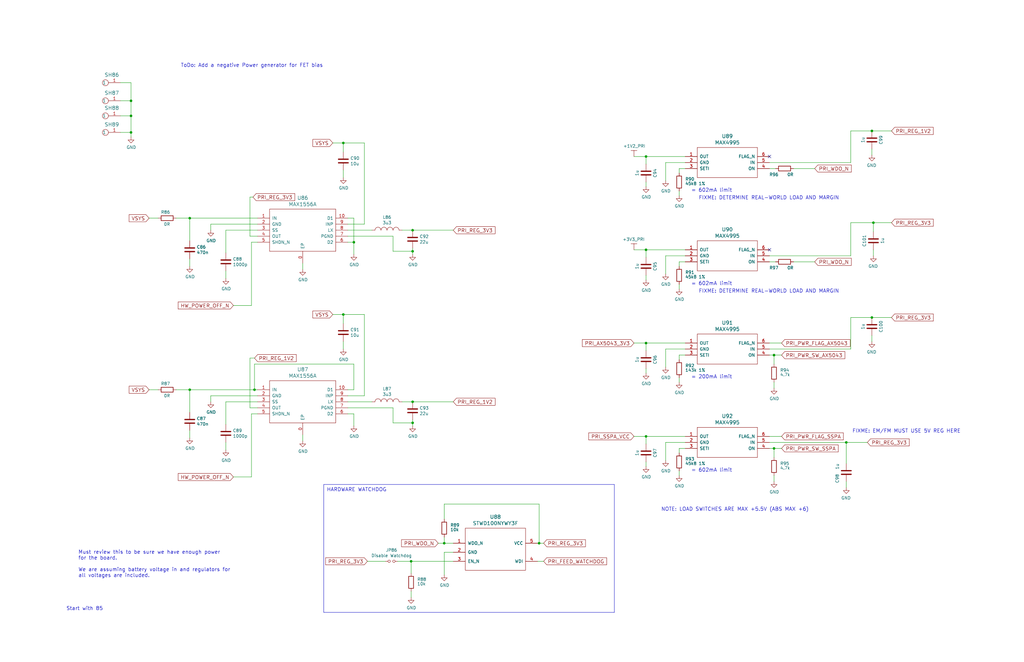
<source format=kicad_sch>
(kicad_sch (version 20230121) (generator eeschema)
  (paper "USLedger")
  (title_block (title "Radiation Tolerant Internal Housekeeping Unit (IHU)") (date "2023-02-16") (rev "A") (company "AMSAT-NA") (comment 1 "N5BRG"))
  (lib_symbols
    (symbol "power:GND" (power) (pin_names (offset 0))
      (property "Value" "GND" (at 0 -3.81 0))
      (symbol "GND_0_1"
        (polyline (pts (xy 0 0) (xy 0 -1.27) (xy 1.27 -1.27) (xy 0 -2.54) (xy -1.27 -1.27) (xy 0 -1.27)))
      )
      (symbol "GND_1_1"
        (pin power_in line (at 0 0 270) (length 0) hide (name "GND") (number "1"))
      )
    )
    (symbol "rtihu-rescue:+1V2_PRI" (power) (pin_names (offset 0))
      (property "Value" "+1V2_PRI" (at 0 3.556 0))
      (symbol "+1V2_PRI_0_1"
        (polyline (pts (xy -1.27 2.54) (xy 0 2.54)))
        (polyline (pts (xy 0 0) (xy 0 2.54)))
        (polyline (pts (xy 0 2.54) (xy 1.27 2.54)))
      )
      (symbol "+1V2_PRI_1_1"
        (pin power_in line (at 0 0 90) (length 0) hide (name "+1V2_PRI") (number "1"))
      )
    )
    (symbol "rtihu-rescue:+3V3_PRI" (power) (pin_names (offset 0))
      (property "Value" "+3V3_PRI" (at 0 3.556 0))
      (symbol "+3V3_PRI_0_1"
        (polyline (pts (xy -1.27 2.54) (xy 0 2.54)))
        (polyline (pts (xy 0 0) (xy 0 2.54)))
        (polyline (pts (xy 0 2.54) (xy 1.27 2.54)))
      )
      (symbol "+3V3_PRI_1_1"
        (pin power_in line (at 0 0 90) (length 0) hide (name "+3V3_PRI") (number "1"))
      )
    )
    (symbol "Device:C" (pin_numbers hide) (pin_names (offset 0.254))
      (property "Reference" "C" (at 0.635 2.54 0))
      (property "Value" "C" (at 0.635 -2.54 0))
      (symbol "C_0_1"
        (polyline (pts (xy -2.032 -0.762) (xy 2.032 -0.762)) (stroke (width 0.508)))
        (polyline (pts (xy -2.032 0.762) (xy 2.032 0.762)) (stroke (width 0.508)))
      )
      (symbol "C_1_1"
        (pin passive line (at 0 3.81 270) (length 2.794) (name "~") (number "1"))
        (pin passive line (at 0 -3.81 90) (length 2.794) (name "~") (number "2"))
      )
    )
    (symbol "rtihu-rescue:INDUCTOR_SMALL" (pin_numbers hide) (pin_names (offset 0) hide)
      (property "Reference" "L" (at 0 2.54 0))
      (property "Value" "INDUCTOR_SMALL" (at 0 -1.27 0))
      (symbol "INDUCTOR_SMALL_0_1"
        (arc (start -2.54 0) (mid -3.81 1.2645) (end -5.08 0))
        (arc (start 0 0) (mid -1.27 1.2645) (end -2.54 0))
        (arc (start 2.54 0) (mid 1.27 1.2645) (end 0 0))
        (arc (start 5.08 0) (mid 3.81 1.2645) (end 2.54 0))
      )
      (symbol "INDUCTOR_SMALL_1_1"
        (pin input line (at -6.35 0 0) (length 1.27) (name "1") (number "1"))
        (pin input line (at 6.35 0 180) (length 1.27) (name "2") (number "2"))
      )
    )
    (symbol "rtihu-rescue:Jumper_NO_Small" (pin_numbers hide) (pin_names (offset 0.762) hide)
      (property "Reference" "JP" (at 0 2.032 0))
      (symbol "Jumper_NO_Small_0_1"
        (circle (center -1.016 0) (radius 0.508))
        (circle (center 1.016 0) (radius 0.508))
        (pin passive line (at -2.54 0 0) (length 1.016) (name "1") (number "1"))
        (pin passive line (at 2.54 0 180) (length 1.016) (name "2") (number "2"))
      )
    )
    (symbol "rtihu-rescue:MAX1556A" (pin_names (offset 1.016))
      (property "Reference" "U" (at 19.05 -10.16 0))
      (property "Value" "MAX1556A" (at 0 6.35 0))
      (symbol "MAX1556A_0_1"
        (rectangle (start -13.97 8.89) (end 13.97 -8.89))
      )
      (symbol "MAX1556A_1_1"
        (pin power_in line (at 0 -13.97 90) (length 5.08) (name "EP") (number "0"))
        (pin power_in line (at -19.05 5.08 0) (length 5.08) (name "IN") (number "1"))
        (pin input line (at 19.05 5.08 180) (length 5.08) (name "D1") (number "10"))
        (pin power_in line (at -19.05 2.54 0) (length 5.08) (name "GND") (number "2"))
        (pin passive line (at -19.05 0 0) (length 5.08) (name "SS") (number "3"))
        (pin power_out line (at -19.05 -2.54 0) (length 5.08) (name "OUT") (number "4"))
        (pin input line (at -19.05 -5.08 0) (length 5.08) (name "SHDN_N") (number "5"))
        (pin input line (at 19.05 -5.08 180) (length 5.08) (name "D2") (number "6"))
        (pin power_in line (at 19.05 -2.54 180) (length 5.08) (name "PGND") (number "7"))
        (pin passive line (at 19.05 0 180) (length 5.08) (name "LX") (number "8"))
        (pin power_in line (at 19.05 2.54 180) (length 5.08) (name "INP") (number "9"))
      )
    )
    (symbol "rtihu-rescue:MAX4995" (pin_names (offset 1.016))
      (property "Reference" "U" (at 11.43 -10.16 0))
      (property "Value" "MAX4995" (at 0 0 0))
      (symbol "MAX4995_0_1"
        (rectangle (start -12.7 6.35) (end 12.7 -6.35))
      )
      (symbol "MAX4995_1_1"
        (pin power_out line (at -17.78 2.54 0) (length 5.08) (name "OUT") (number "1"))
        (pin power_in line (at -17.78 0 0) (length 5.08) (name "GND") (number "2"))
        (pin passive line (at -17.78 -2.54 0) (length 5.08) (name "SETI") (number "3"))
        (pin input line (at 17.78 -2.54 180) (length 5.08) (name "ON") (number "4"))
        (pin power_in line (at 17.78 0 180) (length 5.08) (name "IN") (number "5"))
        (pin open_collector line (at 17.78 2.54 180) (length 5.08) (name "FLAG_N") (number "6"))
      )
    )
    (symbol "Device:R" (pin_numbers hide) (pin_names (offset 0))
      (property "Reference" "R" (at 2.032 0 90))
      (property "Value" "R" (at 0 0 90))
      (symbol "R_0_1"
        (rectangle (start -1.016 -2.54) (end 1.016 2.54) (stroke (width 0.254)))
      )
      (symbol "R_1_1"
        (pin passive line (at 0 3.81 270) (length 1.27) (name "~") (number "1"))
        (pin passive line (at 0 -3.81 90) (length 1.27) (name "~") (number "2"))
      )
    )
    (symbol "Device:RF_SHIELD_PAD" (pin_names (offset 1.016))
      (property "Reference" "SH" (at 0 -2.54 0))
      (property "Value" "RF_SHIELD_PAD" (at 0 2.54 0))
      (symbol "RF_SHIELD_PAD_0_1"
        (circle (center 0 0) (radius 1.27))
      )
      (symbol "RF_SHIELD_PAD_1_1"
        (pin input line (at -6.35 0 0) (length 5.08) (name "1") (number "1"))
      )
    )
    (symbol "rtihu-rescue:STWD100NYWY3F" (pin_names (offset 1.016))
      (property "Reference" "U" (at 11.43 -10.16 0))
      (property "Value" "STWD100NYWY3F" (at 0 7.62 0))
      (symbol "STWD100NYWY3F_0_1"
        (rectangle (start -12.7 10.16) (end 12.7 -7.62))
      )
      (symbol "STWD100NYWY3F_1_1"
        (pin open_collector line (at -17.78 3.81 0) (length 5.08) (name "WDO_N") (number "1"))
        (pin power_in line (at -17.78 0 0) (length 5.08) (name "GND") (number "2"))
        (pin input line (at -17.78 -3.81 0) (length 5.08) (name "EN_N") (number "3"))
        (pin input line (at 17.78 -3.81 180) (length 5.08) (name "WDI") (number "4"))
        (pin power_in line (at 17.78 3.81 180) (length 5.08) (name "VCC") (number "5"))
      )
    )
  )
  (junction (at 187.325 229.235))
  (junction (at 227.33 229.235))
  (junction (at 144.78 60.325))
  (junction (at 173.99 106.045))
  (junction (at 80.01 164.465))
  (junction (at 272.415 184.15))
  (junction (at 367.665 133.985))
  (junction (at 55.245 48.895))
  (junction (at 144.78 132.715))
  (junction (at 149.225 102.235))
  (junction (at 173.99 169.545))
  (junction (at 173.99 178.435))
  (junction (at 356.87 186.69))
  (junction (at 173.355 236.855))
  (junction (at 80.01 92.075))
  (junction (at 367.665 55.245))
  (junction (at 55.245 55.88))
  (junction (at 107.315 164.465))
  (junction (at 272.415 105.41))
  (junction (at 326.39 149.86))
  (junction (at 272.415 66.04))
  (junction (at 173.99 97.155))
  (junction (at 368.3 93.98))
  (junction (at 272.415 144.78))
  (junction (at 326.39 189.23))
  (junction (at 55.245 42.545))
  (no_connect (at 324.485 66.04))
  (no_connect (at 324.485 105.41))
  (wire (pts (xy 286.385 80.645) (xy 286.385 82.55)))
  (wire (pts (xy 146.685 172.085) (xy 165.735 172.085)))
  (wire (pts (xy 272.415 155.575) (xy 272.415 157.48)))
  (wire (pts (xy 50.8 55.88) (xy 55.245 55.88)))
  (wire (pts (xy 356.87 186.69) (xy 365.76 186.69)))
  (polyline (pts (xy 136.525 204.47) (xy 259.08 204.47)))
  (wire (pts (xy 95.25 97.155) (xy 95.25 106.68)))
  (wire (pts (xy 358.775 107.95) (xy 358.775 93.98)))
  (wire (pts (xy 358.775 68.58) (xy 358.775 55.245)))
  (wire (pts (xy 165.735 172.085) (xy 165.735 178.435)))
  (polyline (pts (xy 259.08 258.445) (xy 136.525 258.445)))
  (wire (pts (xy 105.41 99.695) (xy 108.585 99.695)))
  (wire (pts (xy 358.775 133.985) (xy 358.775 147.32)))
  (wire (pts (xy 272.415 184.15) (xy 288.925 184.15)))
  (wire (pts (xy 368.3 93.98) (xy 375.92 93.98)))
  (wire (pts (xy 95.25 114.3) (xy 95.25 117.475)))
  (wire (pts (xy 146.685 169.545) (xy 156.845 169.545)))
  (wire (pts (xy 286.385 151.765) (xy 286.385 149.86)))
  (wire (pts (xy 167.64 236.855) (xy 173.355 236.855)))
  (wire (pts (xy 146.685 164.465) (xy 149.225 164.465)))
  (wire (pts (xy 184.785 229.235) (xy 187.325 229.235)))
  (wire (pts (xy 191.135 233.045) (xy 187.325 233.045)))
  (wire (pts (xy 334.645 71.12) (xy 343.535 71.12)))
  (wire (pts (xy 187.325 229.235) (xy 191.135 229.235)))
  (wire (pts (xy 108.585 97.155) (xy 95.25 97.155)))
  (wire (pts (xy 367.665 65.405) (xy 367.665 62.865)))
  (wire (pts (xy 227.33 229.235) (xy 229.235 229.235)))
  (wire (pts (xy 108.585 174.625) (xy 106.045 174.625)))
  (wire (pts (xy 368.3 105.41) (xy 368.3 107.95)))
  (wire (pts (xy 272.415 108.585) (xy 272.415 105.41)))
  (wire (pts (xy 286.385 191.135) (xy 286.385 189.23)))
  (wire (pts (xy 326.39 200.66) (xy 326.39 203.2)))
  (wire (pts (xy 106.045 201.295) (xy 106.045 174.625)))
  (wire (pts (xy 144.78 71.755) (xy 144.78 74.93)))
  (wire (pts (xy 173.99 104.775) (xy 173.99 106.045)))
  (wire (pts (xy 169.545 97.155) (xy 173.99 97.155)))
  (wire (pts (xy 62.865 92.075) (xy 66.675 92.075)))
  (wire (pts (xy 367.665 55.245) (xy 375.92 55.245)))
  (wire (pts (xy 272.415 147.955) (xy 272.415 144.78)))
  (wire (pts (xy 108.585 167.005) (xy 88.9 167.005)))
  (wire (pts (xy 149.225 102.235) (xy 149.225 107.315)))
  (wire (pts (xy 286.385 198.755) (xy 286.385 200.66)))
  (wire (pts (xy 272.415 69.215) (xy 272.415 66.04)))
  (wire (pts (xy 187.325 212.725) (xy 227.33 212.725)))
  (wire (pts (xy 367.665 133.985) (xy 375.92 133.985)))
  (wire (pts (xy 95.25 186.69) (xy 95.25 189.865)))
  (wire (pts (xy 324.485 184.15) (xy 329.565 184.15)))
  (wire (pts (xy 144.78 64.135) (xy 144.78 60.325)))
  (wire (pts (xy 272.415 194.945) (xy 272.415 196.85)))
  (wire (pts (xy 50.8 34.925) (xy 55.245 34.925)))
  (wire (pts (xy 149.225 92.075) (xy 149.225 102.235)))
  (wire (pts (xy 80.01 164.465) (xy 107.315 164.465)))
  (wire (pts (xy 326.39 149.86) (xy 326.39 153.67)))
  (wire (pts (xy 173.99 178.435) (xy 173.99 179.705)))
  (wire (pts (xy 106.045 102.235) (xy 108.585 102.235)))
  (wire (pts (xy 356.87 195.58) (xy 356.87 186.69)))
  (wire (pts (xy 272.415 144.78) (xy 288.925 144.78)))
  (wire (pts (xy 80.01 92.075) (xy 80.01 101.6)))
  (wire (pts (xy 286.385 159.385) (xy 286.385 161.29)))
  (wire (pts (xy 144.78 144.145) (xy 144.78 147.32)))
  (wire (pts (xy 286.385 73.025) (xy 286.385 71.12)))
  (wire (pts (xy 173.99 169.545) (xy 191.135 169.545)))
  (wire (pts (xy 153.67 94.615) (xy 153.67 60.325)))
  (wire (pts (xy 95.25 169.545) (xy 95.25 179.07)))
  (wire (pts (xy 162.56 236.855) (xy 154.94 236.855)))
  (wire (pts (xy 326.39 161.29) (xy 326.39 163.83)))
  (wire (pts (xy 169.545 169.545) (xy 173.99 169.545)))
  (wire (pts (xy 146.685 102.235) (xy 149.225 102.235)))
  (wire (pts (xy 173.355 249.555) (xy 173.355 252.095)))
  (wire (pts (xy 267.335 66.04) (xy 272.415 66.04)))
  (wire (pts (xy 105.41 151.13) (xy 107.315 151.13)))
  (wire (pts (xy 55.245 55.88) (xy 55.245 57.785)))
  (wire (pts (xy 286.385 110.49) (xy 288.925 110.49)))
  (wire (pts (xy 367.665 144.145) (xy 367.665 141.605)))
  (wire (pts (xy 107.315 153.67) (xy 107.315 164.465)))
  (wire (pts (xy 288.925 68.58) (xy 280.67 68.58)))
  (wire (pts (xy 50.8 42.545) (xy 55.245 42.545)))
  (wire (pts (xy 272.415 105.41) (xy 288.925 105.41)))
  (wire (pts (xy 127.635 183.515) (xy 127.635 186.055)))
  (wire (pts (xy 173.99 177.165) (xy 173.99 178.435)))
  (wire (pts (xy 106.045 128.905) (xy 106.045 102.235)))
  (wire (pts (xy 267.335 184.15) (xy 272.415 184.15)))
  (wire (pts (xy 149.225 174.625) (xy 149.225 179.705)))
  (wire (pts (xy 80.01 109.22) (xy 80.01 112.395)))
  (wire (pts (xy 74.295 164.465) (xy 80.01 164.465)))
  (wire (pts (xy 286.385 71.12) (xy 288.925 71.12)))
  (wire (pts (xy 358.775 93.98) (xy 368.3 93.98)))
  (wire (pts (xy 226.695 229.235) (xy 227.33 229.235)))
  (wire (pts (xy 88.9 94.615) (xy 88.9 97.155)))
  (wire (pts (xy 368.3 93.98) (xy 368.3 97.79)))
  (wire (pts (xy 173.99 106.045) (xy 173.99 107.315)))
  (wire (pts (xy 286.385 120.015) (xy 286.385 121.92)))
  (wire (pts (xy 272.415 66.04) (xy 288.925 66.04)))
  (wire (pts (xy 286.385 189.23) (xy 288.925 189.23)))
  (polyline (pts (xy 136.525 258.445) (xy 136.525 204.47)))
  (wire (pts (xy 358.775 147.32) (xy 324.485 147.32)))
  (wire (pts (xy 173.355 236.855) (xy 173.355 241.935)))
  (wire (pts (xy 105.41 83.185) (xy 106.68 83.185)))
  (wire (pts (xy 272.415 187.325) (xy 272.415 184.15)))
  (wire (pts (xy 108.585 169.545) (xy 95.25 169.545)))
  (wire (pts (xy 165.735 106.045) (xy 173.99 106.045)))
  (wire (pts (xy 80.01 92.075) (xy 108.585 92.075)))
  (wire (pts (xy 226.695 236.855) (xy 229.235 236.855)))
  (wire (pts (xy 326.39 149.86) (xy 329.565 149.86)))
  (wire (pts (xy 324.485 149.86) (xy 326.39 149.86)))
  (wire (pts (xy 324.485 71.12) (xy 327.025 71.12)))
  (wire (pts (xy 105.41 83.185) (xy 105.41 99.695)))
  (wire (pts (xy 146.685 94.615) (xy 153.67 94.615)))
  (wire (pts (xy 334.645 110.49) (xy 343.535 110.49)))
  (wire (pts (xy 267.335 144.78) (xy 272.415 144.78)))
  (wire (pts (xy 267.335 105.41) (xy 272.415 105.41)))
  (wire (pts (xy 165.735 99.695) (xy 165.735 106.045)))
  (wire (pts (xy 272.415 76.835) (xy 272.415 78.74)))
  (wire (pts (xy 88.9 167.005) (xy 88.9 169.545)))
  (wire (pts (xy 108.585 94.615) (xy 88.9 94.615)))
  (wire (pts (xy 280.67 147.32) (xy 280.67 154.94)))
  (wire (pts (xy 288.925 107.95) (xy 280.67 107.95)))
  (wire (pts (xy 55.245 34.925) (xy 55.245 42.545)))
  (wire (pts (xy 144.78 60.325) (xy 140.335 60.325)))
  (wire (pts (xy 358.775 133.985) (xy 367.665 133.985)))
  (wire (pts (xy 146.685 97.155) (xy 156.845 97.155)))
  (wire (pts (xy 105.41 172.085) (xy 105.41 151.13)))
  (wire (pts (xy 324.485 189.23) (xy 326.39 189.23)))
  (wire (pts (xy 324.485 110.49) (xy 327.025 110.49)))
  (wire (pts (xy 173.99 97.155) (xy 191.135 97.155)))
  (polyline (pts (xy 259.08 204.47) (xy 259.08 258.445)))
  (wire (pts (xy 326.39 193.04) (xy 326.39 189.23)))
  (wire (pts (xy 288.925 186.69) (xy 280.67 186.69)))
  (wire (pts (xy 272.415 116.205) (xy 272.415 118.11)))
  (wire (pts (xy 286.385 149.86) (xy 288.925 149.86)))
  (wire (pts (xy 98.425 128.905) (xy 106.045 128.905)))
  (wire (pts (xy 187.325 226.695) (xy 187.325 229.235)))
  (wire (pts (xy 173.355 236.855) (xy 191.135 236.855)))
  (wire (pts (xy 146.685 92.075) (xy 149.225 92.075)))
  (wire (pts (xy 153.67 60.325) (xy 144.78 60.325)))
  (wire (pts (xy 108.585 172.085) (xy 105.41 172.085)))
  (wire (pts (xy 324.485 186.69) (xy 356.87 186.69)))
  (wire (pts (xy 358.775 55.245) (xy 367.665 55.245)))
  (wire (pts (xy 165.735 178.435) (xy 173.99 178.435)))
  (wire (pts (xy 288.925 147.32) (xy 280.67 147.32)))
  (wire (pts (xy 187.325 219.075) (xy 187.325 212.725)))
  (wire (pts (xy 356.87 205.74) (xy 356.87 203.2)))
  (wire (pts (xy 324.485 107.95) (xy 358.775 107.95)))
  (wire (pts (xy 144.78 132.715) (xy 140.335 132.715)))
  (wire (pts (xy 55.245 48.895) (xy 55.245 55.88)))
  (wire (pts (xy 55.245 42.545) (xy 55.245 48.895)))
  (wire (pts (xy 153.67 132.715) (xy 144.78 132.715)))
  (wire (pts (xy 146.685 167.005) (xy 153.67 167.005)))
  (wire (pts (xy 153.67 167.005) (xy 153.67 132.715)))
  (wire (pts (xy 329.565 144.78) (xy 324.485 144.78)))
  (wire (pts (xy 286.385 112.395) (xy 286.385 110.49)))
  (wire (pts (xy 326.39 189.23) (xy 329.565 189.23)))
  (wire (pts (xy 80.01 164.465) (xy 80.01 173.99)))
  (wire (pts (xy 50.8 48.895) (xy 55.245 48.895)))
  (wire (pts (xy 146.685 174.625) (xy 149.225 174.625)))
  (wire (pts (xy 149.225 153.67) (xy 107.315 153.67)))
  (wire (pts (xy 127.635 111.125) (xy 127.635 113.665)))
  (wire (pts (xy 144.78 136.525) (xy 144.78 132.715)))
  (wire (pts (xy 280.67 186.69) (xy 280.67 194.31)))
  (wire (pts (xy 280.67 68.58) (xy 280.67 76.2)))
  (wire (pts (xy 74.295 92.075) (xy 80.01 92.075)))
  (wire (pts (xy 149.225 164.465) (xy 149.225 153.67)))
  (wire (pts (xy 187.325 233.045) (xy 187.325 242.57)))
  (wire (pts (xy 324.485 68.58) (xy 358.775 68.58)))
  (wire (pts (xy 146.685 99.695) (xy 165.735 99.695)))
  (wire (pts (xy 62.865 164.465) (xy 66.675 164.465)))
  (wire (pts (xy 107.315 164.465) (xy 108.585 164.465)))
  (wire (pts (xy 227.33 212.725) (xy 227.33 229.235)))
  (wire (pts (xy 80.01 181.61) (xy 80.01 184.785)))
  (wire (pts (xy 98.425 201.295) (xy 106.045 201.295)))
  (wire (pts (xy 280.67 107.95) (xy 280.67 115.57)))
  (text "= 200mA limit" (at 291.465 160.02 0) (effects (font (size 1.524 1.524)) (justify left bottom)))
  (text "Must review this to be sure we have enough power\nfor the board.\n\nWe are assuming battery voltage in and regulators for\nall voltages are included." (at 33.02 243.84 0) (effects (font (size 1.524 1.524)) (justify left bottom)))
  (text "FIXME: DETERMINE REAL-WORLD LOAD AND MARGIN" (at 294.64 84.455 0) (effects (font (size 1.524 1.524)) (justify left bottom)))
  (text "Start with 85" (at 27.94 257.81 0) (effects (font (size 1.524 1.524)) (justify left bottom)))
  (text "NOTE: LOAD SWITCHES ARE MAX +5.5V (ABS MAX +6)\n" (at 278.765 215.9 0) (effects (font (size 1.524 1.524)) (justify left bottom)))
  (text "HARDWARE WATCHDOG" (at 137.795 207.645 0) (effects (font (size 1.524 1.524)) (justify left bottom)))
  (text "ToDo: Add a negative Power generator for FET bias\n" (at 76.2 28.575 0) (effects (font (size 1.524 1.524)) (justify left bottom)))
  (text "FIXME: DETERMINE REAL-WORLD LOAD AND MARGIN" (at 294.64 123.825 0) (effects (font (size 1.524 1.524)) (justify left bottom)))
  (text "= 602mA limit" (at 291.465 120.65 0) (effects (font (size 1.524 1.524)) (justify left bottom)))
  (text "= 602mA limit" (at 291.465 81.28 0) (effects (font (size 1.524 1.524)) (justify left bottom)))
  (text "= 602mA limit" (at 291.465 199.39 0) (effects (font (size 1.524 1.524)) (justify left bottom)))
  (text "FIXME: EM/FM MUST USE 5V REG HERE" (at 359.41 182.88 0) (effects (font (size 1.524 1.524)) (justify left bottom)))
  (global_label "HW_POWER_OFF_N" (shape input) (at 98.425 201.295 180) (effects (font (size 1.524 1.524))) (property "Intersheetrefs" "${INTERSHEET_REFS}" (effects hide)))
  (global_label "HW_POWER_OFF_N" (shape input) (at 98.425 128.905 180) (effects (font (size 1.524 1.524))) (property "Intersheetrefs" "${INTERSHEET_REFS}" (effects hide)))
  (global_label "PRI_PWR_FLAG_AX5043" (shape input) (at 329.565 144.78 0) (effects (font (size 1.524 1.524))) (property "Intersheetrefs" "${INTERSHEET_REFS}" (effects hide)))
  (global_label "VSYS" (shape input) (at 140.335 60.325 180) (effects (font (size 1.524 1.524))) (property "Intersheetrefs" "${INTERSHEET_REFS}" (effects hide)))
  (global_label "PRI_WDO_N" (shape input) (at 343.535 110.49 0) (effects (font (size 1.524 1.524))) (property "Intersheetrefs" "${INTERSHEET_REFS}" (effects hide)))
  (global_label "PRI_WDO_N" (shape input) (at 184.785 229.235 180) (effects (font (size 1.524 1.524))) (property "Intersheetrefs" "${INTERSHEET_REFS}" (effects hide)))
  (global_label "VSYS" (shape input) (at 62.865 164.465 180) (effects (font (size 1.524 1.524))) (property "Intersheetrefs" "${INTERSHEET_REFS}" (effects hide)))
  (global_label "PRI_REG_3V3" (shape input) (at 154.94 236.855 180) (effects (font (size 1.524 1.524))) (property "Intersheetrefs" "${INTERSHEET_REFS}" (effects hide)))
  (global_label "PRI_PWR_SW_SSPA" (shape input) (at 329.565 189.23 0) (effects (font (size 1.524 1.524))) (property "Intersheetrefs" "${INTERSHEET_REFS}" (effects hide)))
  (global_label "PRI_REG_1V2" (shape input) (at 107.315 151.13 0) (effects (font (size 1.524 1.524))) (property "Intersheetrefs" "${INTERSHEET_REFS}" (effects hide)))
  (global_label "PRI_REG_3V3" (shape input) (at 191.135 97.155 0) (effects (font (size 1.524 1.524))) (property "Intersheetrefs" "${INTERSHEET_REFS}" (effects hide)))
  (global_label "PRI_WDO_N" (shape input) (at 343.535 71.12 0) (effects (font (size 1.524 1.524))) (property "Intersheetrefs" "${INTERSHEET_REFS}" (effects hide)))
  (global_label "PRI_REG_1V2" (shape input) (at 191.135 169.545 0) (effects (font (size 1.524 1.524))) (property "Intersheetrefs" "${INTERSHEET_REFS}" (effects hide)))
  (global_label "VSYS" (shape input) (at 62.865 92.075 180) (effects (font (size 1.524 1.524))) (property "Intersheetrefs" "${INTERSHEET_REFS}" (effects hide)))
  (global_label "PRI_SSPA_VCC" (shape input) (at 267.335 184.15 180) (effects (font (size 1.524 1.524))) (property "Intersheetrefs" "${INTERSHEET_REFS}" (effects hide)))
  (global_label "PRI_REG_3V3" (shape input) (at 229.235 229.235 0) (effects (font (size 1.524 1.524))) (property "Intersheetrefs" "${INTERSHEET_REFS}" (effects hide)))
  (global_label "PRI_PWR_FLAG_SSPA" (shape input) (at 329.565 184.15 0) (effects (font (size 1.524 1.524))) (property "Intersheetrefs" "${INTERSHEET_REFS}" (effects hide)))
  (global_label "PRI_AX5043_3V3" (shape input) (at 267.335 144.78 180) (effects (font (size 1.524 1.524))) (property "Intersheetrefs" "${INTERSHEET_REFS}" (effects hide)))
  (global_label "PRI_REG_3V3" (shape input) (at 106.68 83.185 0) (effects (font (size 1.524 1.524))) (property "Intersheetrefs" "${INTERSHEET_REFS}" (effects hide)))
  (global_label "PRI_REG_1V2" (shape input) (at 375.92 55.245 0) (effects (font (size 1.524 1.524))) (property "Intersheetrefs" "${INTERSHEET_REFS}" (effects hide)))
  (global_label "PRI_PWR_SW_AX5043" (shape input) (at 329.565 149.86 0) (effects (font (size 1.524 1.524))) (property "Intersheetrefs" "${INTERSHEET_REFS}" (effects hide)))
  (global_label "PRI_REG_3V3" (shape input) (at 375.92 133.985 0) (effects (font (size 1.524 1.524))) (property "Intersheetrefs" "${INTERSHEET_REFS}" (effects hide)))
  (global_label "PRI_FEED_WATCHDOG" (shape input) (at 229.235 236.855 0) (effects (font (size 1.524 1.524))) (property "Intersheetrefs" "${INTERSHEET_REFS}" (effects hide)))
  (global_label "VSYS" (shape input) (at 140.335 132.715 180) (effects (font (size 1.524 1.524))) (property "Intersheetrefs" "${INTERSHEET_REFS}" (effects hide)))
  (global_label "PRI_REG_3V3" (shape input) (at 375.92 93.98 0) (effects (font (size 1.524 1.524))) (property "Intersheetrefs" "${INTERSHEET_REFS}" (effects hide)))
  (global_label "PRI_REG_3V3" (shape input) (at 365.76 186.69 0) (effects (font (size 1.524 1.524))) (property "Intersheetrefs" "${INTERSHEET_REFS}" (effects hide)))
  (symbol (lib_id "rtihu-rescue:INDUCTOR_SMALL") (at 163.195 97.155 0) (unit 1)
    (property "Reference" "L86" (at 163.195 91.694 0))
    (property "Value" "3u3" (at 163.195 94.0054 0))
    (property "Footprint" "Inductors_SMD:L_1210" (effects hide))
  )
  (symbol (lib_id "Device:C") (at 173.99 100.965 0) (unit 1)
    (property "Reference" "C92" (at 176.911 99.7966 0) (effects (justify left)))
    (property "Value" "22u" (at 176.911 102.108 0) (effects (justify left)))
    (property "Footprint" "Capacitor_SMD:C_0603_1608Metric_Pad1.08x0.95mm_HandSolder" (effects hide))
  )
  (symbol (lib_id "Device:C") (at 80.01 105.41 0) (unit 1)
    (property "Reference" "C86" (at 82.931 104.2416 0) (effects (justify left)))
    (property "Value" "470n" (at 82.931 106.553 0) (effects (justify left)))
    (property "Footprint" "Capacitor_SMD:C_0603_1608Metric_Pad1.08x0.95mm_HandSolder" (effects hide))
  )
  (symbol (lib_id "power:GND") (at 80.01 112.395 0) (unit 1)
    (property "Reference" "#PWR097" (effects hide))
    (property "Value" "GND" (at 80.137 116.7892 0))
  )
  (symbol (lib_id "Device:C") (at 144.78 67.945 0) (unit 1)
    (property "Reference" "C90" (at 147.701 66.7766 0) (effects (justify left)))
    (property "Value" "10u" (at 147.701 69.088 0) (effects (justify left)))
    (property "Footprint" "Capacitor_SMD:C_0603_1608Metric_Pad1.08x0.95mm_HandSolder" (effects hide))
  )
  (symbol (lib_id "power:GND") (at 144.78 74.93 0) (unit 1)
    (property "Reference" "#PWR0112" (effects hide))
    (property "Value" "GND" (at 144.907 79.3242 0))
  )
  (symbol (lib_id "power:GND") (at 173.99 107.315 0) (unit 1)
    (property "Reference" "#PWR0117" (effects hide))
    (property "Value" "GND" (at 174.117 111.7092 0))
  )
  (symbol (lib_id "power:GND") (at 280.67 154.94 0) (unit 1)
    (property "Reference" "#PWR0128" (effects hide))
    (property "Value" "GND" (at 280.797 159.3342 0))
  )
  (symbol (lib_id "Device:C") (at 367.665 137.795 0) (mirror y) (unit 1)
    (property "Reference" "C100" (at 371.475 137.795 90))
    (property "Value" "1u" (at 363.855 137.795 90))
    (property "Footprint" "Capacitor_SMD:C_0603_1608Metric_Pad1.08x0.95mm_HandSolder" (effects hide))
  )
  (symbol (lib_id "power:GND") (at 367.665 144.145 0) (mirror y) (unit 1)
    (property "Reference" "#PWR0138" (effects hide))
    (property "Value" "GND" (at 367.538 148.5392 0))
  )
  (symbol (lib_id "power:GND") (at 356.87 205.74 0) (mirror y) (unit 1)
    (property "Reference" "#PWR0136" (effects hide))
    (property "Value" "GND" (at 356.743 210.1342 0))
  )
  (symbol (lib_id "Device:C") (at 356.87 199.39 0) (mirror y) (unit 1)
    (property "Reference" "C98" (at 353.06 201.93 90))
    (property "Value" "1u" (at 353.06 196.85 90))
    (property "Footprint" "Capacitor_SMD:C_0603_1608Metric_Pad1.08x0.95mm_HandSolder" (effects hide))
  )
  (symbol (lib_id "rtihu-rescue:MAX1556A") (at 127.635 97.155 0) (unit 1)
    (property "Reference" "U86" (at 127.635 83.5152 0) (effects (font (size 1.524 1.524))))
    (property "Value" "MAX1556A" (at 127.635 86.2076 0) (effects (font (size 1.524 1.524))))
    (property "Footprint" "amsat_maxim:TDFN_T1033_1" (effects hide))
  )
  (symbol (lib_id "Device:R") (at 70.485 92.075 90) (unit 1)
    (property "Reference" "R86" (at 71.755 89.535 90) (effects (justify left)))
    (property "Value" "0R" (at 71.755 94.615 90) (effects (justify left)))
    (property "Footprint" "Resistors_SMD:R_0603" (effects hide))
  )
  (symbol (lib_id "Device:C") (at 95.25 110.49 0) (unit 1)
    (property "Reference" "C88" (at 98.171 109.3216 0) (effects (justify left)))
    (property "Value" "1000p" (at 98.171 111.633 0) (effects (justify left)))
    (property "Footprint" "Capacitor_SMD:C_0603_1608Metric_Pad1.08x0.95mm_HandSolder" (effects hide))
  )
  (symbol (lib_id "power:GND") (at 95.25 117.475 0) (unit 1)
    (property "Reference" "#PWR0108" (effects hide))
    (property "Value" "GND" (at 95.377 121.8692 0))
  )
  (symbol (lib_id "power:GND") (at 88.9 97.155 0) (unit 1)
    (property "Reference" "#PWR099" (effects hide))
    (property "Value" "GND" (at 89.027 101.5492 0))
  )
  (symbol (lib_id "power:GND") (at 127.635 113.665 0) (unit 1)
    (property "Reference" "#PWR0110" (effects hide))
    (property "Value" "GND" (at 127.762 118.0592 0))
  )
  (symbol (lib_id "power:GND") (at 149.225 107.315 0) (unit 1)
    (property "Reference" "#PWR0114" (effects hide))
    (property "Value" "GND" (at 149.352 111.7092 0))
  )
  (symbol (lib_id "rtihu-rescue:INDUCTOR_SMALL") (at 163.195 169.545 0) (unit 1)
    (property "Reference" "L87" (at 163.195 164.084 0))
    (property "Value" "3u3" (at 163.195 166.3954 0))
    (property "Footprint" "Inductors_SMD:L_1210" (effects hide))
  )
  (symbol (lib_id "Device:C") (at 173.99 173.355 0) (unit 1)
    (property "Reference" "C93" (at 176.911 172.1866 0) (effects (justify left)))
    (property "Value" "22u" (at 176.911 174.498 0) (effects (justify left)))
    (property "Footprint" "Capacitor_SMD:C_0603_1608Metric_Pad1.08x0.95mm_HandSolder" (effects hide))
  )
  (symbol (lib_id "Device:C") (at 80.01 177.8 0) (unit 1)
    (property "Reference" "C87" (at 82.931 176.6316 0) (effects (justify left)))
    (property "Value" "470n" (at 82.931 178.943 0) (effects (justify left)))
    (property "Footprint" "Capacitor_SMD:C_0603_1608Metric_Pad1.08x0.95mm_HandSolder" (effects hide))
  )
  (symbol (lib_id "power:GND") (at 80.01 184.785 0) (unit 1)
    (property "Reference" "#PWR098" (effects hide))
    (property "Value" "GND" (at 80.137 189.1792 0))
  )
  (symbol (lib_id "Device:C") (at 144.78 140.335 0) (unit 1)
    (property "Reference" "C91" (at 147.701 139.1666 0) (effects (justify left)))
    (property "Value" "10u" (at 147.701 141.478 0) (effects (justify left)))
    (property "Footprint" "Capacitor_SMD:C_0603_1608Metric_Pad1.08x0.95mm_HandSolder" (effects hide))
  )
  (symbol (lib_id "power:GND") (at 144.78 147.32 0) (unit 1)
    (property "Reference" "#PWR0113" (effects hide))
    (property "Value" "GND" (at 144.907 151.7142 0))
  )
  (symbol (lib_id "power:GND") (at 173.99 179.705 0) (unit 1)
    (property "Reference" "#PWR0118" (effects hide))
    (property "Value" "GND" (at 174.117 184.0992 0))
  )
  (symbol (lib_id "rtihu-rescue:MAX1556A") (at 127.635 169.545 0) (unit 1)
    (property "Reference" "U87" (at 127.635 155.9052 0) (effects (font (size 1.524 1.524))))
    (property "Value" "MAX1556A" (at 127.635 158.5976 0) (effects (font (size 1.524 1.524))))
    (property "Footprint" "amsat_maxim:TDFN_T1033_1" (effects hide))
  )
  (symbol (lib_id "Device:R") (at 70.485 164.465 90) (unit 1)
    (property "Reference" "R87" (at 71.755 161.925 90) (effects (justify left)))
    (property "Value" "0R" (at 71.755 167.005 90) (effects (justify left)))
    (property "Footprint" "Resistors_SMD:R_0603" (effects hide))
  )
  (symbol (lib_id "Device:C") (at 95.25 182.88 0) (unit 1)
    (property "Reference" "C89" (at 98.171 181.7116 0) (effects (justify left)))
    (property "Value" "1000p" (at 98.171 184.023 0) (effects (justify left)))
    (property "Footprint" "Capacitor_SMD:C_0603_1608Metric_Pad1.08x0.95mm_HandSolder" (effects hide))
  )
  (symbol (lib_id "power:GND") (at 95.25 189.865 0) (unit 1)
    (property "Reference" "#PWR0109" (effects hide))
    (property "Value" "GND" (at 95.377 194.2592 0))
  )
  (symbol (lib_id "power:GND") (at 88.9 169.545 0) (unit 1)
    (property "Reference" "#PWR0100" (effects hide))
    (property "Value" "GND" (at 89.027 173.9392 0))
  )
  (symbol (lib_id "power:GND") (at 127.635 186.055 0) (unit 1)
    (property "Reference" "#PWR0111" (effects hide))
    (property "Value" "GND" (at 127.762 190.4492 0))
  )
  (symbol (lib_id "power:GND") (at 149.225 179.705 0) (unit 1)
    (property "Reference" "#PWR0115" (effects hide))
    (property "Value" "GND" (at 149.352 184.0992 0))
  )
  (symbol (lib_id "rtihu-rescue:+1V2_PRI") (at 267.335 66.04 0) (unit 1)
    (property "Reference" "#PWR0120" (effects hide))
    (property "Value" "+1V2_PRI" (at 267.462 61.6458 0))
  )
  (symbol (lib_id "Device:RF_SHIELD_PAD") (at 44.45 34.925 180) (unit 1)
    (property "Reference" "SH86" (at 47.1424 31.5976 0) (effects (font (size 1.524 1.524))))
    (property "Value" "RF_SHIELD_PAD" (effects hide))
    (property "Footprint" "amsat_misc:RF_SHIELD_PAD" (effects hide))
  )
  (symbol (lib_id "Device:RF_SHIELD_PAD") (at 44.45 42.545 180) (unit 1)
    (property "Reference" "SH87" (at 47.1424 39.2176 0) (effects (font (size 1.524 1.524))))
    (property "Value" "RF_SHIELD_PAD" (effects hide))
    (property "Footprint" "amsat_misc:RF_SHIELD_PAD" (effects hide))
  )
  (symbol (lib_id "Device:RF_SHIELD_PAD") (at 44.45 48.895 180) (unit 1)
    (property "Reference" "SH88" (at 47.1424 45.5676 0) (effects (font (size 1.524 1.524))))
    (property "Value" "RF_SHIELD_PAD" (effects hide))
    (property "Footprint" "amsat_misc:RF_SHIELD_PAD" (effects hide))
  )
  (symbol (lib_id "Device:RF_SHIELD_PAD") (at 44.45 55.88 180) (unit 1)
    (property "Reference" "SH89" (at 47.1424 52.5526 0) (effects (font (size 1.524 1.524))))
    (property "Value" "RF_SHIELD_PAD" (effects hide))
    (property "Footprint" "amsat_misc:RF_SHIELD_PAD" (effects hide))
  )
  (symbol (lib_id "power:GND") (at 55.245 57.785 0) (unit 1)
    (property "Reference" "#PWR096" (effects hide))
    (property "Value" "GND" (at 55.372 62.1792 0))
  )
  (symbol (lib_id "rtihu-rescue:MAX4995") (at 306.705 147.32 0) (unit 1)
    (property "Reference" "U91" (at 306.705 136.2202 0) (effects (font (size 1.524 1.524))))
    (property "Value" "MAX4995" (at 306.705 138.9126 0) (effects (font (size 1.524 1.524))))
    (property "Footprint" "Package_TO_SOT_SMD:SOT-23-6_Handsoldering" (effects hide))
  )
  (symbol (lib_id "Device:R") (at 286.385 155.575 0) (unit 1)
    (property "Reference" "R92" (at 288.925 154.305 0) (effects (justify left)))
    (property "Value" "143k 1%" (at 288.925 156.21 0) (effects (justify left)))
    (property "Footprint" "Resistors_SMD:R_0603" (effects hide))
  )
  (symbol (lib_id "power:GND") (at 286.385 161.29 0) (unit 1)
    (property "Reference" "#PWR0132" (effects hide))
    (property "Value" "GND" (at 286.512 165.6842 0))
  )
  (symbol (lib_id "rtihu-rescue:MAX4995") (at 306.705 186.69 0) (unit 1)
    (property "Reference" "U92" (at 306.705 175.5902 0) (effects (font (size 1.524 1.524))))
    (property "Value" "MAX4995" (at 306.705 178.2826 0) (effects (font (size 1.524 1.524))))
    (property "Footprint" "Package_TO_SOT_SMD:SOT-23-6_Handsoldering" (effects hide))
  )
  (symbol (lib_id "power:GND") (at 280.67 194.31 0) (unit 1)
    (property "Reference" "#PWR0129" (effects hide))
    (property "Value" "GND" (at 280.797 198.7042 0))
  )
  (symbol (lib_id "Device:R") (at 286.385 194.945 0) (unit 1)
    (property "Reference" "R93" (at 288.925 193.675 0) (effects (justify left)))
    (property "Value" "45k8 1%" (at 288.925 195.58 0) (effects (justify left)))
    (property "Footprint" "Resistor_SMD:R_0603_1608Metric_Pad0.98x0.95mm_HandSolder" (effects hide))
  )
  (symbol (lib_id "power:GND") (at 286.385 200.66 0) (unit 1)
    (property "Reference" "#PWR0133" (effects hide))
    (property "Value" "GND" (at 286.512 205.0542 0))
  )
  (symbol (lib_id "Device:C") (at 272.415 151.765 0) (mirror y) (unit 1)
    (property "Reference" "C96" (at 276.225 151.765 90))
    (property "Value" "1u" (at 268.605 151.765 90))
    (property "Footprint" "Capacitor_SMD:C_0603_1608Metric_Pad1.08x0.95mm_HandSolder" (effects hide))
  )
  (symbol (lib_id "power:GND") (at 272.415 157.48 0) (unit 1)
    (property "Reference" "#PWR0124" (effects hide))
    (property "Value" "GND" (at 272.542 161.8742 0))
  )
  (symbol (lib_id "Device:C") (at 272.415 191.135 0) (mirror y) (unit 1)
    (property "Reference" "C97" (at 276.225 191.135 90))
    (property "Value" "1u" (at 268.605 191.135 90))
    (property "Footprint" "Capacitor_SMD:C_0603_1608Metric_Pad1.08x0.95mm_HandSolder" (effects hide))
  )
  (symbol (lib_id "power:GND") (at 272.415 196.85 0) (unit 1)
    (property "Reference" "#PWR0125" (effects hide))
    (property "Value" "GND" (at 272.542 201.2442 0))
  )
  (symbol (lib_id "power:GND") (at 280.67 115.57 0) (unit 1)
    (property "Reference" "#PWR0127" (effects hide))
    (property "Value" "GND" (at 280.797 119.9642 0))
  )
  (symbol (lib_id "Device:C") (at 368.3 101.6 0) (mirror x) (unit 1)
    (property "Reference" "C101" (at 364.49 101.6 90))
    (property "Value" "1u" (at 372.11 101.6 90))
    (property "Footprint" "Capacitor_SMD:C_0603_1608Metric_Pad1.08x0.95mm_HandSolder" (effects hide))
  )
  (symbol (lib_id "power:GND") (at 368.3 107.95 0) (mirror y) (unit 1)
    (property "Reference" "#PWR0139" (effects hide))
    (property "Value" "GND" (at 368.173 112.3442 0))
  )
  (symbol (lib_id "rtihu-rescue:+3V3_PRI") (at 267.335 105.41 0) (mirror y) (unit 1)
    (property "Reference" "#PWR0121" (effects hide))
    (property "Value" "+3V3_PRI" (at 267.208 101.0158 0))
  )
  (symbol (lib_id "rtihu-rescue:MAX4995") (at 306.705 107.95 0) (unit 1)
    (property "Reference" "U90" (at 306.705 96.8502 0) (effects (font (size 1.524 1.524))))
    (property "Value" "MAX4995" (at 306.705 99.5426 0) (effects (font (size 1.524 1.524))))
    (property "Footprint" "TO_SOT_Packages_SMD:SOT-23-6" (effects hide))
  )
  (symbol (lib_id "Device:C") (at 272.415 112.395 0) (mirror y) (unit 1)
    (property "Reference" "C95" (at 276.225 112.395 90))
    (property "Value" "1u" (at 268.605 112.395 90))
    (property "Footprint" "Capacitor_SMD:C_0603_1608Metric_Pad1.08x0.95mm_HandSolder" (effects hide))
  )
  (symbol (lib_id "power:GND") (at 272.415 118.11 0) (unit 1)
    (property "Reference" "#PWR0123" (effects hide))
    (property "Value" "GND" (at 272.542 122.5042 0))
  )
  (symbol (lib_id "Device:R") (at 286.385 116.205 0) (unit 1)
    (property "Reference" "R91" (at 288.925 114.935 0) (effects (justify left)))
    (property "Value" "45k8 1%" (at 288.925 116.84 0) (effects (justify left)))
    (property "Footprint" "Resistors_SMD:R_0603" (effects hide))
  )
  (symbol (lib_id "power:GND") (at 286.385 121.92 0) (unit 1)
    (property "Reference" "#PWR0131" (effects hide))
    (property "Value" "GND" (at 286.512 126.3142 0))
  )
  (symbol (lib_id "power:GND") (at 280.67 76.2 0) (unit 1)
    (property "Reference" "#PWR0126" (effects hide))
    (property "Value" "GND" (at 280.797 80.5942 0))
  )
  (symbol (lib_id "Device:C") (at 367.665 59.055 0) (mirror y) (unit 1)
    (property "Reference" "C99" (at 371.475 59.055 90))
    (property "Value" "1u" (at 363.855 59.055 90))
    (property "Footprint" "Capacitor_SMD:C_0603_1608Metric_Pad1.08x0.95mm_HandSolder" (effects hide))
  )
  (symbol (lib_id "power:GND") (at 367.665 65.405 0) (mirror y) (unit 1)
    (property "Reference" "#PWR0137" (effects hide))
    (property "Value" "GND" (at 367.538 69.7992 0))
  )
  (symbol (lib_id "rtihu-rescue:MAX4995") (at 306.705 68.58 0) (unit 1)
    (property "Reference" "U89" (at 306.705 57.4802 0) (effects (font (size 1.524 1.524))))
    (property "Value" "MAX4995" (at 306.705 60.1726 0) (effects (font (size 1.524 1.524))))
    (property "Footprint" "TO_SOT_Packages_SMD:SOT-23-6" (effects hide))
  )
  (symbol (lib_id "Device:C") (at 272.415 73.025 0) (mirror y) (unit 1)
    (property "Reference" "C94" (at 276.225 73.025 90))
    (property "Value" "1u" (at 268.605 73.025 90))
    (property "Footprint" "Capacitor_SMD:C_0603_1608Metric_Pad1.08x0.95mm_HandSolder" (effects hide))
  )
  (symbol (lib_id "power:GND") (at 272.415 78.74 0) (unit 1)
    (property "Reference" "#PWR0122" (effects hide))
    (property "Value" "GND" (at 272.542 83.1342 0))
  )
  (symbol (lib_id "Device:R") (at 286.385 76.835 0) (unit 1)
    (property "Reference" "R90" (at 288.925 75.565 0) (effects (justify left)))
    (property "Value" "45k8 1%" (at 288.925 77.47 0) (effects (justify left)))
    (property "Footprint" "Resistors_SMD:R_0603" (effects hide))
  )
  (symbol (lib_id "power:GND") (at 286.385 82.55 0) (unit 1)
    (property "Reference" "#PWR0130" (effects hide))
    (property "Value" "GND" (at 286.512 86.9442 0))
  )
  (symbol (lib_id "rtihu-rescue:STWD100NYWY3F") (at 208.915 233.045 0) (unit 1)
    (property "Reference" "U88" (at 208.915 218.1352 0) (effects (font (size 1.524 1.524))))
    (property "Value" "STWD100NYWY3F" (at 208.915 220.8276 0) (effects (font (size 1.524 1.524))))
    (property "Footprint" "TO_SOT_Packages_SMD:SOT-23-5" (effects hide))
  )
  (symbol (lib_id "power:GND") (at 187.325 242.57 0) (unit 1)
    (property "Reference" "#PWR0119" (effects hide))
    (property "Value" "GND" (at 187.452 246.9642 0))
  )
  (symbol (lib_id "Device:R") (at 187.325 222.885 0) (unit 1)
    (property "Reference" "R89" (at 189.865 221.615 0) (effects (justify left)))
    (property "Value" "10k" (at 189.865 223.52 0) (effects (justify left)))
    (property "Footprint" "Resistors_SMD:R_0603" (effects hide))
  )
  (symbol (lib_id "Device:R") (at 173.355 245.745 0) (unit 1)
    (property "Reference" "R88" (at 175.895 244.475 0) (effects (justify left)))
    (property "Value" "10k" (at 175.895 246.38 0) (effects (justify left)))
    (property "Footprint" "Resistors_SMD:R_0603" (effects hide))
  )
  (symbol (lib_id "power:GND") (at 173.355 252.095 0) (unit 1)
    (property "Reference" "#PWR0116" (effects hide))
    (property "Value" "GND" (at 173.482 256.4892 0))
  )
  (symbol (lib_id "rtihu-rescue:Jumper_NO_Small") (at 165.1 236.855 0) (unit 1)
    (property "Reference" "JP86" (at 165.1 232.156 0))
    (property "Value" "Disable Watchdog" (at 165.1 234.4674 0))
    (property "Footprint" "Pin_Headers:Pin_Header_Straight_1x02_Pitch2.54mm" (effects hide))
  )
  (symbol (lib_id "Device:R") (at 330.835 71.12 90) (unit 1)
    (property "Reference" "R96" (at 328.295 73.66 90) (effects (justify left)))
    (property "Value" "0R" (at 334.645 73.66 90) (effects (justify left)))
    (property "Footprint" "Resistors_SMD:R_0603" (effects hide))
  )
  (symbol (lib_id "Device:R") (at 330.835 110.49 90) (unit 1)
    (property "Reference" "R97" (at 328.295 113.03 90) (effects (justify left)))
    (property "Value" "0R" (at 334.645 113.03 90) (effects (justify left)))
    (property "Footprint" "Resistors_SMD:R_0603" (effects hide))
  )
  (symbol (lib_id "Device:R") (at 326.39 157.48 0) (unit 1)
    (property "Reference" "R94" (at 328.93 156.21 0) (effects (justify left)))
    (property "Value" "4.7k" (at 328.93 158.115 0) (effects (justify left)))
    (property "Footprint" "Resistors_SMD:R_0603" (effects hide))
  )
  (symbol (lib_id "power:GND") (at 326.39 163.83 0) (unit 1)
    (property "Reference" "#PWR0134" (effects hide))
    (property "Value" "GND" (at 326.517 168.2242 0))
  )
  (symbol (lib_id "Device:R") (at 326.39 196.85 0) (unit 1)
    (property "Reference" "R95" (at 328.93 195.58 0) (effects (justify left)))
    (property "Value" "4.7k" (at 328.93 197.485 0) (effects (justify left)))
    (property "Footprint" "Resistors_SMD:R_0603" (effects hide))
  )
  (symbol (lib_id "power:GND") (at 326.39 203.2 0) (unit 1)
    (property "Reference" "#PWR0135" (effects hide))
    (property "Value" "GND" (at 326.517 207.5942 0))
  )
)
</source>
